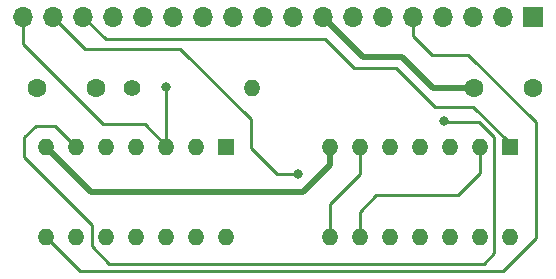
<source format=gbr>
%TF.GenerationSoftware,KiCad,Pcbnew,(5.1.12)-1*%
%TF.CreationDate,2023-06-15T15:44:25+02:00*%
%TF.ProjectId,cs2,6373322e-6b69-4636-9164-5f7063625858,rev?*%
%TF.SameCoordinates,Original*%
%TF.FileFunction,Copper,L2,Bot*%
%TF.FilePolarity,Positive*%
%FSLAX46Y46*%
G04 Gerber Fmt 4.6, Leading zero omitted, Abs format (unit mm)*
G04 Created by KiCad (PCBNEW (5.1.12)-1) date 2023-06-15 15:44:25*
%MOMM*%
%LPD*%
G01*
G04 APERTURE LIST*
%TA.AperFunction,ComponentPad*%
%ADD10R,1.400000X1.400000*%
%TD*%
%TA.AperFunction,ComponentPad*%
%ADD11O,1.400000X1.400000*%
%TD*%
%TA.AperFunction,ComponentPad*%
%ADD12C,1.600000*%
%TD*%
%TA.AperFunction,ComponentPad*%
%ADD13C,1.400000*%
%TD*%
%TA.AperFunction,ComponentPad*%
%ADD14R,1.700000X1.700000*%
%TD*%
%TA.AperFunction,ComponentPad*%
%ADD15O,1.700000X1.700000*%
%TD*%
%TA.AperFunction,ViaPad*%
%ADD16C,0.800000*%
%TD*%
%TA.AperFunction,Conductor*%
%ADD17C,0.500000*%
%TD*%
%TA.AperFunction,Conductor*%
%ADD18C,0.250000*%
%TD*%
G04 APERTURE END LIST*
D10*
%TO.P,U1,1*%
%TO.N,Net-(J4-Pad16)*%
X169920000Y-108210000D03*
D11*
%TO.P,U1,8*%
%TO.N,Net-(J4-Pad10)*%
X154680000Y-115830000D03*
%TO.P,U1,2*%
%TO.N,Net-(J4-Pad11)*%
X167380000Y-108210000D03*
%TO.P,U1,9*%
X157220000Y-115830000D03*
%TO.P,U1,3*%
%TO.N,Net-(U1-Pad3)*%
X164840000Y-108210000D03*
%TO.P,U1,10*%
%TO.N,Net-(J4-Pad17)*%
X159760000Y-115830000D03*
%TO.P,U1,4*%
%TO.N,Net-(U1-Pad3)*%
X162300000Y-108210000D03*
%TO.P,U1,11*%
%TO.N,N/C*%
X162300000Y-115830000D03*
%TO.P,U1,5*%
%TO.N,Net-(J4-Pad10)*%
X159760000Y-108210000D03*
%TO.P,U1,12*%
%TO.N,N/C*%
X164840000Y-115830000D03*
%TO.P,U1,6*%
%TO.N,Net-(J4-Pad10)*%
X157220000Y-108210000D03*
%TO.P,U1,13*%
%TO.N,N/C*%
X167380000Y-115830000D03*
%TO.P,U1,7*%
%TO.N,GND*%
X154680000Y-108210000D03*
%TO.P,U1,14*%
%TO.N,5V*%
X169920000Y-115830000D03*
%TD*%
%TO.P,U2,14*%
%TO.N,5V*%
X145920000Y-115830000D03*
%TO.P,U2,7*%
%TO.N,GND*%
X130680000Y-108210000D03*
%TO.P,U2,13*%
%TO.N,Net-(J4-Pad12)*%
X143380000Y-115830000D03*
%TO.P,U2,6*%
%TO.N,Net-(J4-Pad4)*%
X133220000Y-108210000D03*
%TO.P,U2,12*%
%TO.N,Net-(J4-Pad15)*%
X140840000Y-115830000D03*
%TO.P,U2,5*%
%TO.N,Net-(J4-Pad5)*%
X135760000Y-108210000D03*
%TO.P,U2,11*%
%TO.N,Net-(J4-Pad14)*%
X138300000Y-115830000D03*
%TO.P,U2,4*%
%TO.N,Net-(J4-Pad5)*%
X138300000Y-108210000D03*
%TO.P,U2,10*%
%TO.N,Net-(J4-Pad13)*%
X135760000Y-115830000D03*
%TO.P,U2,3*%
%TO.N,Net-(J4-Pad14)*%
X140840000Y-108210000D03*
%TO.P,U2,9*%
%TO.N,Net-(J4-Pad13)*%
X133220000Y-115830000D03*
%TO.P,U2,2*%
%TO.N,Net-(J4-Pad14)*%
X143380000Y-108210000D03*
%TO.P,U2,8*%
%TO.N,Net-(J4-Pad5)*%
X130680000Y-115830000D03*
D10*
%TO.P,U2,1*%
%TO.N,Net-(C1-Pad1)*%
X145920000Y-108210000D03*
%TD*%
D12*
%TO.P,C2,2*%
%TO.N,GND*%
X166920000Y-103210000D03*
%TO.P,C2,1*%
%TO.N,5V*%
X171920000Y-103210000D03*
%TD*%
D13*
%TO.P,R1,1*%
%TO.N,Net-(C1-Pad1)*%
X137920000Y-103210000D03*
D11*
%TO.P,R1,2*%
%TO.N,Net-(J4-Pad15)*%
X148080000Y-103210000D03*
%TD*%
D12*
%TO.P,C1,1*%
%TO.N,Net-(C1-Pad1)*%
X134920000Y-103210000D03*
%TO.P,C1,2*%
%TO.N,GND*%
X129920000Y-103210000D03*
%TD*%
D14*
%TO.P,J4,1*%
%TO.N,Net-(J4-Pad1)*%
X171920000Y-97210000D03*
D15*
%TO.P,J4,2*%
%TO.N,Net-(J4-Pad2)*%
X169380000Y-97210000D03*
%TO.P,J4,3*%
%TO.N,5V*%
X166840000Y-97210000D03*
%TO.P,J4,4*%
%TO.N,Net-(J4-Pad4)*%
X164300000Y-97210000D03*
%TO.P,J4,5*%
%TO.N,Net-(J4-Pad5)*%
X161760000Y-97210000D03*
%TO.P,J4,6*%
%TO.N,Net-(J4-Pad6)*%
X159220000Y-97210000D03*
%TO.P,J4,7*%
%TO.N,Net-(J4-Pad7)*%
X156680000Y-97210000D03*
%TO.P,J4,8*%
%TO.N,GND*%
X154140000Y-97210000D03*
%TO.P,J4,9*%
X151600000Y-97210000D03*
%TO.P,J4,10*%
%TO.N,Net-(J4-Pad10)*%
X149060000Y-97210000D03*
%TO.P,J4,11*%
%TO.N,Net-(J4-Pad11)*%
X146520000Y-97210000D03*
%TO.P,J4,12*%
%TO.N,Net-(J4-Pad12)*%
X143980000Y-97210000D03*
%TO.P,J4,13*%
%TO.N,Net-(J4-Pad13)*%
X141440000Y-97210000D03*
%TO.P,J4,14*%
%TO.N,Net-(J4-Pad14)*%
X138900000Y-97210000D03*
%TO.P,J4,15*%
%TO.N,Net-(J4-Pad15)*%
X136360000Y-97210000D03*
%TO.P,J4,16*%
%TO.N,Net-(J4-Pad16)*%
X133820000Y-97210000D03*
%TO.P,J4,17*%
%TO.N,Net-(J4-Pad17)*%
X131280000Y-97210000D03*
%TO.P,J4,18*%
%TO.N,Net-(J4-Pad14)*%
X128740000Y-97210000D03*
%TD*%
D16*
%TO.N,Net-(J4-Pad4)*%
X164320000Y-106010000D03*
%TO.N,Net-(J4-Pad14)*%
X140820000Y-103110000D03*
%TO.N,Net-(J4-Pad17)*%
X152020000Y-110510000D03*
%TD*%
D17*
%TO.N,GND*%
X154140000Y-97210000D02*
X157540000Y-100610000D01*
X157540000Y-100610000D02*
X160820000Y-100610000D01*
X163420000Y-103210000D02*
X166920000Y-103210000D01*
X160820000Y-100610000D02*
X163420000Y-103210000D01*
X154680000Y-109750000D02*
X154680000Y-108210000D01*
X152420000Y-112010000D02*
X154680000Y-109750000D01*
X134480000Y-112010000D02*
X152420000Y-112010000D01*
X130680000Y-108210000D02*
X134480000Y-112010000D01*
D18*
%TO.N,Net-(J4-Pad4)*%
X164420000Y-106110000D02*
X164320000Y-106010000D01*
X167320000Y-106110000D02*
X164420000Y-106110000D01*
X168620000Y-107410000D02*
X167320000Y-106110000D01*
X134520000Y-116610000D02*
X136020000Y-118110000D01*
X167720000Y-118110000D02*
X168620000Y-117210000D01*
X134520000Y-114810000D02*
X134520000Y-116610000D01*
X128820000Y-109110000D02*
X134520000Y-114810000D01*
X136020000Y-118110000D02*
X167720000Y-118110000D01*
X128820000Y-107410000D02*
X128820000Y-109110000D01*
X129820000Y-106410000D02*
X128820000Y-107410000D01*
X131420000Y-106410000D02*
X129820000Y-106410000D01*
X168620000Y-117210000D02*
X168620000Y-107410000D01*
X133220000Y-108210000D02*
X131420000Y-106410000D01*
%TO.N,Net-(J4-Pad5)*%
X161760000Y-98850000D02*
X161760000Y-97210000D01*
X163320000Y-100410000D02*
X161760000Y-98850000D01*
X166420000Y-100410000D02*
X163320000Y-100410000D01*
X172120000Y-115910000D02*
X172120000Y-106110000D01*
X169320000Y-118710000D02*
X172120000Y-115910000D01*
X133560000Y-118710000D02*
X169320000Y-118710000D01*
X172120000Y-106110000D02*
X166420000Y-100410000D01*
X130680000Y-115830000D02*
X133560000Y-118710000D01*
%TO.N,Net-(J4-Pad10)*%
X157220000Y-108210000D02*
X157220000Y-110510000D01*
X154680000Y-113050000D02*
X154680000Y-115830000D01*
X157220000Y-110510000D02*
X154680000Y-113050000D01*
%TO.N,Net-(J4-Pad11)*%
X157220000Y-113710000D02*
X157220000Y-115830000D01*
X158620000Y-112310000D02*
X157220000Y-113710000D01*
X165520000Y-112310000D02*
X158620000Y-112310000D01*
X167380000Y-110450000D02*
X165520000Y-112310000D01*
X167380000Y-108210000D02*
X167380000Y-110450000D01*
%TO.N,Net-(J4-Pad14)*%
X140840000Y-103130000D02*
X140820000Y-103110000D01*
X140840000Y-108210000D02*
X140840000Y-103130000D01*
X140840000Y-108130000D02*
X140840000Y-108210000D01*
X135520000Y-106310000D02*
X139020000Y-106310000D01*
X128740000Y-99530000D02*
X135520000Y-106310000D01*
X139020000Y-106310000D02*
X140840000Y-108130000D01*
X128740000Y-97210000D02*
X128740000Y-99530000D01*
%TO.N,Net-(J4-Pad16)*%
X135720000Y-99110000D02*
X133820000Y-97210000D01*
X154320000Y-99110000D02*
X135720000Y-99110000D01*
X156720000Y-101510000D02*
X154320000Y-99110000D01*
X160320000Y-101510000D02*
X156720000Y-101510000D01*
X166854998Y-104810000D02*
X163620000Y-104810000D01*
X169654998Y-107610000D02*
X166854998Y-104810000D01*
X169920000Y-107610000D02*
X169654998Y-107610000D01*
X163620000Y-104810000D02*
X160320000Y-101510000D01*
X169920000Y-108210000D02*
X169920000Y-107610000D01*
%TO.N,Net-(J4-Pad17)*%
X150200000Y-110510000D02*
X152020000Y-110510000D01*
X147990000Y-108300000D02*
X150200000Y-110510000D01*
X147990000Y-105860000D02*
X147990000Y-108300000D01*
X142040000Y-99910000D02*
X147990000Y-105860000D01*
X133980000Y-99910000D02*
X142040000Y-99910000D01*
X131280000Y-97210000D02*
X133980000Y-99910000D01*
%TD*%
M02*

</source>
